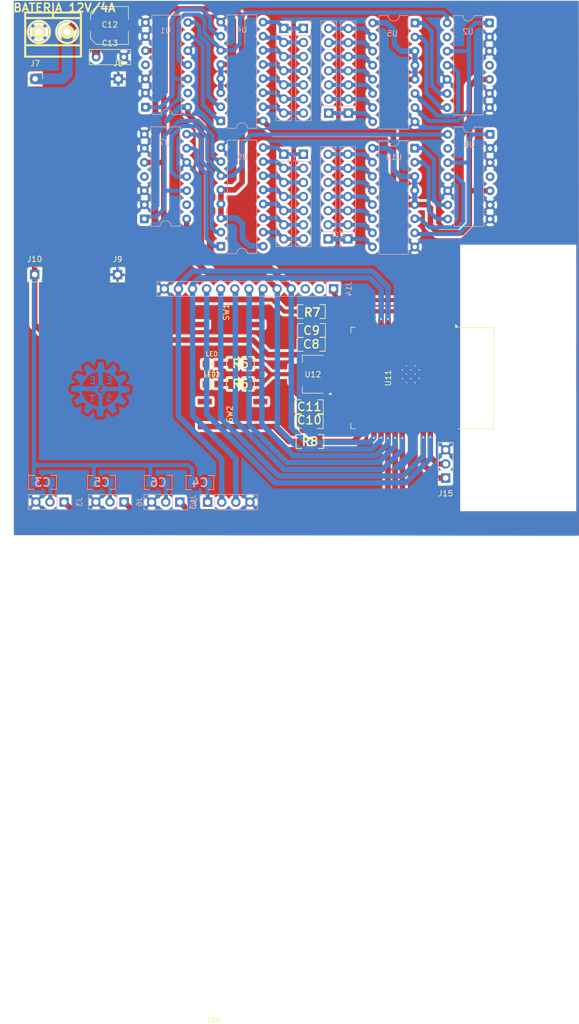
<source format=kicad_pcb>
(kicad_pcb (version 20241229) (generator "pcbnew") (generator_version "9.0")
  (layers (0 "F.Cu" signal) (2 "B.Cu" signal) (13 "F.Paste" user) (15 "B.Paste" user) (5 "F.SilkS" user "F.Silkscreen") (7 "B.SilkS" user "B.Silkscreen") (1 "F.Mask" user) (3 "B.Mask" user) (25 "Edge.Cuts" user))
  (net 0 "")
  (net 1 "GND")
  (net 2 "+5V")
  (net 3 "Net-(J3-Pin_2)")
  (net 4 "Net-(J4-Pin_1)")
  (net 5 "Net-(J6-Pin_2)")
  (net 6 "Net-(J13-Pin_2)")
  (net 7 "+3.3V")
  (net 8 "/D")
  (net 9 "/F")
  (net 10 "/G")
  (net 11 "/B")
  (net 12 "/E")
  (net 13 "/A")
  (net 14 "/C")
  (net 15 "/B_1")
  (net 16 "/A_1")
  (net 17 "/D_1")
  (net 18 "/C_1")
  (net 19 "/F_1")
  (net 20 "/G_1")
  (net 21 "/E_1")
  (net 22 "/IO19")
  (net 23 "/IO26")
  (net 24 "/IO25")
  (net 25 "+12V")
  (net 26 "/IO18")
  (net 27 "/E_2")
  (net 28 "/C_2")
  (net 29 "/B_2")
  (net 30 "/D_2")
  (net 31 "/G_2")
  (net 32 "/A_2")
  (net 33 "/F_2")
  (net 34 "/C_3")
  (net 35 "/E_3")
  (net 36 "/G_3")
  (net 37 "/D_3")
  (net 38 "/A_3")
  (net 39 "/B_3")
  (net 40 "/F_3")
  (net 41 "/IO5")
  (net 42 "/IO16")
  (net 43 "/TDXO")
  (net 44 "/RDXO")
  (net 45 "/IO17")
  (net 46 "Net-(LED1-K)")
  (net 47 "Net-(LED2-K)")
  (net 48 "Net-(R7-Pad2)")
  (net 49 "Net-(R8-Pad2)")
  (net 50 "Net-(U1-Q2)")
  (net 51 "Net-(U1-Q1)")
  (net 52 "Net-(U1-Q3)")
  (net 53 "Net-(U1-CP1..3)")
  (net 54 "Net-(U2-Q3)")
  (net 55 "Net-(U2-CP1..3)")
  (net 56 "Net-(U2-Q1)")
  (net 57 "Net-(U2-Q2)")
  (net 58 "Net-(U7-Q3)")
  (net 59 "Net-(U7-Q2)")
  (net 60 "Net-(U7-CP1..3)")
  (net 61 "Net-(U7-Q1)")
  (net 62 "Net-(U10-B)")
  (net 63 "Net-(U10-A)")
  (net 64 "Net-(U10-D)")
  (net 65 "Net-(U10-C)")
  (footprint "EESTN5:C_1206" (layer "F.Cu") (at 126.8575 132.9675 180)
    (property "Reference" "C10")
    (property "Value" "10uF" (hide yes))
  )
  (footprint "EESTN5:C_1206" (layer "F.Cu") (at 126.85 135.6275 180)
    (property "Reference" "C11")
    (property "Value" "100nF" (hide yes))
  )
  (footprint "Capacitor_SMD:C_Elec_6.3x7.7" (layer "F.Cu") (at 90.86 64.33)
    (property "Reference" "C12")
    (property "Value" "100uF")
  )
  (footprint "EESTN5:Led_0805" (layer "F.Cu") (at 109.2928 125.28182 180)
    (property "Reference" "LED1")
    (property "Value" "LED")
  )
  (footprint "EESTN5:R_1206" (layer "F.Cu") (at 114.447 128.87)
    (property "Reference" "R6")
    (property "Value" "470" (hide yes))
  )
  (footprint "Connector_PinSocket_2.54mm:PinSocket_1x01_P2.54mm_Vertical" (layer "F.Cu") (at 92.445 73.955)
    (property "Reference" "J8")
    (property "Value" "Conn_01x01_Pin")
  )
  (footprint "EESTN5:Pulsador_4_SMD" (layer "F.Cu") (at 113.03 134.29 -90)
    (property "Reference" "SW2")
    (property "Value" "SW_PUSH 2")
  )
  (footprint "Capacitor_THT:C_Rect_L7.2mm_W2.5mm_P5.00mm_FKS2_FKP2_MKS2_MKP2" (layer "F.Cu") (at 88.45 70.02)
    (property "Reference" "C13")
    (property "Value" "100nF")
  )
  (footprint "Package_TO_SOT_SMD:SOT-223-3_TabPin2" (layer "F.Cu") (at 127.51 127.12 180)
    (property "Reference" "U12")
    (property "Value" "AMS1117")
  )
  (footprint "Connector_PinSocket_2.54mm:PinSocket_1x01_P2.54mm_Vertical" (layer "F.Cu") (at 77.385 109.165)
    (property "Reference" "J10")
    (property "Value" "Conn_01x01_Pin")
  )
  (footprint "Connector_PinSocket_2.54mm:PinSocket_1x01_P2.54mm_Vertical" (layer "F.Cu") (at 77.472 73.945)
    (property "Reference" "J7")
    (property "Value" "Conn_01x01_Pin")
  )
  (footprint "Connector_PinSocket_2.54mm:PinSocket_1x01_P2.54mm_Vertical" (layer "F.Cu") (at 92.322 109.195)
    (property "Reference" "J9")
    (property "Value" "Conn_01x01_Pin")
  )
  (footprint "EESTN5:Led_0805" (layer "F.Cu") (at 109.30098 128.89)
    (property "Reference" "LED2")
    (property "Value" "LED")
  )
  (footprint "EESTN5:Pulsador_4_SMD" (layer "F.Cu") (at 112.4 115.93 -90)
    (property "Reference" "SW1")
    (property "Value" "SW_PUSH 1")
  )
  (footprint "EESTN5:C_1206" (layer "F.Cu") (at 127.267 119.2475)
    (property "Reference" "C9")
    (property "Value" "10uF" (hide yes))
  )
  (footprint "RF_Module:ESP32-WROOM-32" (layer "F.Cu") (at 144.215 127.795 -90)
    (property "Reference" "U11")
    (property "Value" "ESP32-WROOM-32")
  )
  (footprint "EESTN5:R_1206" (layer "F.Cu") (at 114.447 125.22)
    (property "Reference" "R5")
    (property "Value" "470" (hide yes))
  )
  (footprint "EESTN5:BORNERA2_AZUL" (layer "F.Cu") (at 80.695 65.495 180)
    (property "Reference" "J5" (hide yes))
    (property "Value" "BATERIA 12V/4A")
  )
  (footprint "EESTN5:R_1206" (layer "F.Cu") (at 126.977 139.23)
    (property "Reference" "R8")
    (property "Value" "10K" (hide yes))
  )
  (footprint "Connector_PinSocket_2.54mm:PinSocket_1x03_P2.54mm_Vertical" (layer "F.Cu") (at 151.415 145.805 180)
    (property "Reference" "J15")
    (property "Value" "GRABADOR EXTERNO")
  )
  (footprint "EESTN5:R_1206" (layer "F.Cu") (at 127.227 115.83)
    (property "Reference" "R7")
    (property "Value" "10K" (hide yes))
  )
  (footprint "EESTN5:C_1206" (layer "F.Cu") (at 127.22 121.7175)
    (property "Reference" "C8")
    (property "Value" "100nF" (hide yes))
  )
  (footprint "Package_DIP:DIP-14_W7.62mm" (layer "B.Cu") (at 97.345 79.035)
    (property "Reference" "U1")
    (property "Value" "74LS90")
  )
  (footprint "EESTN5:C_1206" (layer "B.Cu") (at 99.632 146.605 180)
    (property "Reference" "C6")
    (property "Value" "470uF" (hide yes))
  )
  (footprint "Package_DIP:DIP-16_W7.62mm" (layer "B.Cu") (at 110.935 104.085)
    (property "Reference" "U9")
    (property "Value" "74LS47")
  )
  (footprint "Connector_PinSocket_2.54mm:PinSocket_1x03_P2.54mm_Vertical" (layer "B.Cu") (at 93.495 150.115 90)
    (property "Reference" "J6")
    (property "Value" "Servo_2")
  )
  (footprint "Package_DIP:DIP-16_W7.62mm" (layer "B.Cu") (at 145.885 63.875 180)
    (property "Reference" "U5")
    (property "Value" "74LS47")
  )
  (footprint "EESTN5:C_1206" (layer "B.Cu") (at 107.14706 146.625 180)
    (property "Reference" "C4")
    (property "Value" "470uF" (hide yes))
  )
  (footprint "EESTN5:C_1206" (layer "B.Cu") (at 89.425 146.585 180)
    (property "Reference" "C5")
    (property "Value" "470uF" (hide yes))
  )
  (footprint "Connector_PinHeader_2.54mm:PinHeader_1x03_P2.54mm_Vertical" (layer "B.Cu") (at 103.535 150.14 90)
    (property "Reference" "J13")
    (property "Value" "Servo_3")
  )
  (footprint "Package_DIP:DIP-14_W7.62mm" (layer "B.Cu") (at 159.415 83.935 180)
    (property "Reference" "U8")
    (property "Value" "74LS90")
  )
  (footprint "EESTN5:C_1206" (layer "B.Cu") (at 78.812 146.575 180)
    (property "Reference" "C3")
    (property "Value" "470uF" (hide yes))
  )
  (footprint "Connector_PinSocket_2.54mm:PinSocket_1x03_P2.54mm_Vertical" (layer "B.Cu") (at 82.685 150.125 90)
    (property "Reference" "J3")
    (property "Value" "Servo_1")
  )
  (footprint "Package_DIP:DIP-14_W7.62mm" (layer "B.Cu") (at 159.305 63.875 180)
    (property "Reference" "U2")
    (property "Value" "74LS90")
  )
  (footprint "Package_DIP:DIP-14_W7.62mm" (layer "B.Cu") (at 97.145 99.145)
    (property "Reference" "U7")
    (property "Value" "74LS90")
  )
  (footprint "Conector 7x7:Conector 7X7" (layer "B.Cu") (at 132.015 101.515)
    (property "Reference" "J12")
    (property "Value" "Conn_01x07")
  )
  (footprint "EESTN5:LOGO_EESTN5_F.Cu" (layer "B.Cu") (at 89.25 129.75 180)
    (property "Reference" "G***" (hide yes))
    (property "Value" "LOGO" (hide yes))
  )
  (footprint "Connector_PinHeader_2.54mm:PinHeader_1x04_P2.54mm_Vertical" (layer "B.Cu") (at 108.54406 150.145 -90)
    (property "Reference" "J4")
    (property "Value" "HC_SRO4")
  )
  (footprint "Package_DIP:DIP-16_W7.62mm" (layer "B.Cu") (at 110.905 81.515)
    (property "Reference" "U4")
    (property "Value" "74LS47")
  )
  (footprint "Conector 7x7:Conector 7X7" (layer "B.Cu") (at 132.115 78.875)
    (property "Reference" "J2")
    (property "Value" "Conn_01x07" (hide yes))
  )
  (footprint "Package_DIP:DIP-16_W7.62mm" (layer "B.Cu") (at 145.845 86.425 180)
    (property "Reference" "U10")
    (property "Value" "74LS47")
  )
  (footprint "Conector 7x7:Conector 7X7" (layer "B.Cu") (at 124.02 66.1 180)
    (property "Reference" "J1")
    (property "Value" "Conn_01x07" (hide yes))
  )
  (footprint "Connector_PinSocket_2.54mm:PinSocket_1x13_P2.54mm_Vertical" (layer "B.Cu") (at 131.22 111.75 90)
    (property "Reference" "J14")
    (property "Value" "Screw_Terminal_01x13")
  )
  (footprint "Conector 7x7:Conector 7X7" (layer "B.Cu") (at 124.025 88.755 180)
    (property "Reference" "J11")
    (property "Value" "Conn_01x07")
  )
  (segment (start 128.59 123.6173) (end 128.59 121.7445) (width 1) (layer "F.Cu") (net 2))
  (segment (start 156.515 94.095) (end 159.415 94.095) (width 1) (layer "F.Cu") (net 2))
  (segment (start 142.005 83.42) (end 142.005 95.705) (width 1) (layer "F.Cu") (net 2))
  (segment (start 116.73 120.95) (end 80.17 120.95) (width 1) (layer "F.Cu") (net 2))
  (segment (start 97.345 68.875) (end 100.625 68.875) (width 1) (layer "F.Cu") (net 2))
  (segment (start 118.525 81.515) (end 114.985 81.515) (width 1) (layer "F.Cu") (net 2))
  (segment (start 119.3973 123.6173) (end 116.73 120.95) (width 1) (layer "F.Cu") (net 2))
  (segment (start 128.664 119.2475) (end 128.664 121.6705) (width 0.75) (layer "F.Cu") (net 2))
  (segment (start 80.17 120.95) (end 77.385 118.165) (width 1) (layer "F.Cu") (net 2))
  (segment (start 128.59 121.7445) (end 128.617 121.7175) (width 1) (layer "F.Cu") (net 2))
  (segment (start 142.005 83.42) (end 120.43 83.42) (width 1) (layer "F.Cu") (net 2))
  (segment (start 100.65 62.89) (end 102.2 61.34) (width 1) (layer "F.Cu") (net 2))
  (segment (start 128.59 123.6173) (end 119.3973 123.6173) (width 1) (layer "F.Cu") (net 2))
  (segment (start 114.645 71.355) (end 114.68 71.39) (width 1) (layer "F.Cu") (net 2))
  (segment (start 145.885 74.035) (end 143.295 74.035) (width 1) (layer "F.Cu") (net 2))
  (segment (start 114.68 81.68) (end 114.68 71.39) (width 1) (layer "F.Cu") (net 2))
  (segment (start 155.675 100.305) (end 155.675 75.335) (width 1) (layer "F.Cu") (net 2))
  (segment (start 77.385 118.165) (end 77.385 109.165) (width 1) (layer "F.Cu") (net 2))
  (segment (start 100.65 105.63) (end 100.65 88.11) (width 1) (layer "F.Cu") (net 2))
  (segment (start 148.67 97.17) (end 148.67 100.33) (width 1) (layer "F.Cu") (net 2))
  (segment (start 100.125 107.165) (end 77.955 107.165) (width 1) (layer "F.Cu") (net 2))
  (segment (start 100.625 68.875) (end 100.65 68.9) (width 1) (layer "F.Cu") (net 2))
  (segment (start 113.375 93.925) (end 114.75 92.55) (width 1) (layer "F.Cu") (net 2))
  (segment (start 100.65 68.9) (end 100.65 63.6) (width 1) (layer "F.Cu") (net 2))
  (segment (start 110.905 71.355) (end 114.645 71.355) (width 1) (layer "F.Cu") (net 2))
  (segment (start 142.005 75.325) (end 142.005 83.42) (width 1) (layer "F.Cu") (net 2))
  (segment (start 149.985 101.645) (end 154.335 101.645) (width 1) (layer "F.Cu") (net 2))
  (segment (start 114.68 62.76) (end 114.68 71.39) (width 1) (layer "F.Cu") (net 2))
  (segment (start 128.664 121.6705) (end 128.617 121.7175) (width 0.75) (layer "F.Cu") (net 2))
  (segment (start 110.935 93.925) (end 113.375 93.925) (width 1) (layer "F.Cu") (net 2))
  (segment (start 97.145 88.985) (end 100.595 88.985) (width 1) (layer "F.Cu") (net 2))
  (segment (start 155.675 93.99) (end 155.77 94.085) (width 1) (layer "F.Cu") (net 2))
  (segment (start 156.975 74.035) (end 159.305 74.035) (width 1) (layer "F.Cu") (net 2))
  (segment (start 154.335 101.645) (end 155.675 100.305) (width 1) (layer "F.Cu") (net 2))
  (segment (start 100.65 88.11) (end 100.65 68.9) (width 1) (layer "F.Cu") (net 2))
  (segment (start 156.505 94.085) (end 156.515 94.095) (width 1) (layer "F.Cu") (net 2))
  (segment (start 114.75 81.75) (end 114.68 81.68) (width 1) (layer "F.Cu") (net 2))
  (segment (start 77.955 107.165) (end 77.385 107.735) (width 1) (layer "F.Cu") (net 2))
  (segment (start 148.67 100.33) (end 149.985 101.645) (width 1) (layer "F.Cu") (net 2))
  (segment (start 148.085 96.585) (end 148.67 97.17) (width 1) (layer "F.Cu") (net 2))
  (segment (start 100.65 63.6) (end 100.7 63.55) (width 1) (layer "F.Cu") (net 2))
  (segment (start 77.385 107.735) (end 77.385 109.165) (width 1) (layer "F.Cu") (net 2))
  (segment (start 143.295 74.035) (end 142.005 75.325) (width 1) (layer "F.Cu") (net 2))
  (segment (start 130.66 124.82) (end 129.4573 123.6173) (width 1) (layer "F.Cu") (net 2))
  (segment (start 155.675 75.335) (end 156.975 74.035) (width 1) (layer "F.Cu") (net 2))
  (segment (start 100.595 88.985) (end 100.65 88.93) (width 1) (layer "F.Cu") (net 2))
  (segment (start 114.75 92.55) (end 114.75 81.75) (width 1) (layer "F.Cu") (net 2))
  (segment (start 129.4573 123.6173) (end 128.59 123.6173) (width 1) (layer "F.Cu") (net 2))
  (segment (start 102.2 61.34) (end 113.26 61.34) (width 1) (layer "F.Cu") (net 2))
  (segment (start 114.985 81.515) (end 114.75 81.75) (width 1) (layer "F.Cu") (net 2))
  (segment (start 100.65 63.6) (end 100.65 62.89) (width 1) (layer "F.Cu") (net 2))
  (segment (start 110.935 99.005) (end 110.935 93.925) (width 1) (layer "F.Cu") (net 2))
  (segment (start 101.155 106.135) (end 100.65 105.63) (width 1) (layer "F.Cu") (net 2))
  (segment (start 142.885 96.585) (end 145.845 96.585) (width 1) (layer "F.Cu") (net 2))
  (segment (start 155.77 94.085) (end 156.505 94.085) (width 1) (layer "F.Cu") (net 2))
  (segment (start 145.845 96.585) (end 148.085 96.585) (width 1) (layer "F.Cu") (net 2))
  (segment (start 101.155 106.135) (end 100.125 107.165) (width 1) (layer "F.Cu") (net 2))
  (segment (start 113.26 61.34) (end 114.68 62.76) (width 1) (layer "F.Cu") (net 2))
  (segment (start 120.43 83.42) (end 118.525 81.515) (width 1) (layer "F.Cu") (net 2))
  (segment (start 142.005 95.705) (end 142.885 96.585) (width 1) (layer "F.Cu") (net 2))
  (segment (start 100.65 88.93) (end 100.65 88.11) (width 1) (layer "F.Cu") (net 2))
  (segment (start 88.028 146.585) (end 88.028 143.688) (width 0.75) (layer "B.Cu") (net 2))
  (segment (start 142.175 67.775) (end 143.355 68.955) (width 1) (layer "B.Cu") (net 2))
  (segment (start 143.225 91.505) (end 145.845 91.505) (width 1) (layer "B.Cu") (net 2))
  (segment (start 77.255 143.225) (end 77.255 109.295) (width 0.75) (layer "B.Cu") (net 2))
  (segment (start 114.825 102.765) (end 116.085 104.025) (width 1) (layer "B.Cu") (net 2))
  (segment (start 145.885 68.955) (end 145.885 74.035) (width 1) (layer "B.Cu") (net 2))
  (segment (start 113.725 99.005) (end 114.825 100.105) (width 1) (layer "B.Cu") (net 2))
  (segment (start 142.085 87.525) (end 142.085 90.365) (width 1) (layer "B.Cu") (net 2))
  (segment (start 142.175 65.225) (end 142.175 67.775) (width 1) (layer "B.Cu") (net 2))
  (segment (start 98.305 143.475) (end 87.815 143.475) (width 0.75) (layer "B.Cu") (net 2))
  (segment (start 77.255 109.295) (end 77.385 109.165) (width 0.75) (layer "B.Cu") (net 2))
  (segment (start 105.055 143.475) (end 105.75006 144.17006) (width 0.75) (layer "B.Cu") (net 2))
  (segment (start 98.235 146.605) (end 98.235 143.545) (width 0.75) (layer "B.Cu") (net 2))
  (segment (start 118.495 104.025) (end 118.555 104.085) (width 1) (layer "B.Cu") (net 2))
  (segment (start 138.225 86.425) (end 140.985 86.425) (width 1) (layer "B.Cu") (net 2))
  (segment (start 77.255 146.415) (end 77.255 143.225) (width 0.75) (layer "B.Cu") (net 2))
  (segment (start 138.265 63.875) (end 140.825 63.875) (width 1) (layer "B.Cu") (net 2))
  (segment (start 110.905 71.355) (end 110.905 76.435) (width 1) (layer "B.Cu") (net 2))
  (segment (start 114.825 100.105) (end 114.825 102.765) (width 1) (layer "B.Cu") (net 2))
  (segment (start 110.935 99.005) (end 113.725 99.005) (width 1) (layer "B.Cu") (net 2))
  (segment (start 77.415 146.575) (end 77.255 146.415) (width 0.75) (layer "B.Cu") (net 2))
  (segment (start 105.75006 144.17006) (end 105.75006 146.625) (width 0.75) (layer "B.Cu") (net 2))
  (segment (start 98.235 143.545) (end 98.305 143.475) (width 0.75) (layer "B.Cu") (net 2))
  (segment (start 88.028 143.688) (end 87.815 143.475) (width 0.75) (layer "B.Cu") (net 2))
  (segment (start 98.305 143.475) (end 105.055 143.475) (width 0.75) (layer "B.Cu") (net 2))
  (segment (start 140.825 63.875) (end 142.175 65.225) (width 1) (layer "B.Cu") (net 2))
  (segment (start 77.505 143.475) (end 77.255 143.225) (width 0.75) (layer "B.Cu") (net 2))
  (segment (start 140.985 86.425) (end 142.085 87.525) (width 1) (layer "B.Cu") (net 2))
  (segment (start 142.085 90.365) (end 143.225 91.505) (width 1) (layer "B.Cu") (net 2))
  (segment (start 116.085 104.025) (end 118.495 104.025) (width 1) (layer "B.Cu") (net 2))
  (segment (start 143.355 68.955) (end 145.885 68.955) (width 1) (layer "B.Cu") (net 2))
  (segment (start 145.845 96.585) (end 145.845 91.505) (width 1) (layer "B.Cu") (net 2))
  (segment (start 87.815 143.475) (end 77.505 143.475) (width 0.75) (layer "B.Cu") (net 2))
  (segment (start 80.209 150.061) (end 80.145 150.125) (width 0.75) (layer "B.Cu") (net 3))
  (segment (start 80.209 146.575) (end 80.209 150.061) (width 0.75) (layer "B.Cu") (net 3))
  (segment (start 108.54406 150.145) (end 108.54406 146.625) (width 0.75) (layer "B.Cu") (net 4))
  (segment (start 90.955 150.115) (end 90.955 146.718) (width 0.75) (layer "B.Cu") (net 5))
  (segment (start 90.955 146.718) (end 90.822 146.585) (width 0.75) (layer "B.Cu") (net 5))
  (segment (start 101.029 146.605) (end 101.029 150.106) (width 0.75) (layer "B.Cu") (net 6))
  (segment (start 101.029 150.106) (end 100.995 150.14) (width 0.75) (layer "B.Cu") (net 6))
  (segment (start 115.844 125.22) (end 117.99 125.22) (width 0.75) (layer "F.Cu") (net 7))
  (segment (start 125.4605 131.6105) (end 125.4605 132.9675) (width 0.75) (layer "F.Cu") (net 7))
  (segment (start 131.22 111.75) (end 131.22 112.61) (width 0.75) (layer "F.Cu") (net 7))
  (segment (start 124.42 127.55) (end 124.42 130.57) (width 0.75) (layer "F.Cu") (net 7))
  (segment (start 149.76 113.78) (end 151.195 115.215) (width 0.75) (layer "F.Cu") (net 7))
  (segment (start 134.76 139.25) (end 135.955 138.055) (width 1) (layer "F.Cu") (net 7))
  (segment (start 125.453 137.153) (end 125.64 137.34) (width 0.75) (layer "F.Cu") (net 7))
  (segment (start 132.69 126.17) (end 131.74 127.12) (width 0.75) (layer "F.Cu") (net 7))
  (segment (start 115.844 128.87) (end 118.26 128.87) (width 0.75) (layer "F.Cu") (net 7))
  (segment (start 135.975 136.565) (end 135.955 136.545) (width 0.75) (layer "F.Cu") (net 7))
  (segment (start 119.95 127.18) (end 120.01 127.12) (width 0.75) (layer "F.Cu") (net 7))
  (segment (start 124.42 130.57) (end 125.4605 131.6105) (width 0.75) (layer "F.Cu") (net 7))
  (segment (start 132.26 115.79) (end 149.77 115.79) (width 0.75) (layer "F.Cu") (net 7))
  (segment (start 131.22 112.61) (end 132.39 113.78) (width 0.75) (layer "F.Cu") (net 7))
  (segment (start 128.664 115.79) (end 132.26 115.79) (width 0.75) (layer "F.Cu") (net 7))
  (segment (start 118.26 128.87) (end 119.95 127.18) (width 0.75) (layer "F.Cu") (net 7))
  (segment (start 131.22 111.75) (end 131.29 111.68) (width 1) (layer "F.Cu") (net 7))
  (segment (start 124.59 127.12) (end 124.72 127.25) (width 0.75) (layer "F.Cu") (net 7))
  (segment (start 125.64 137.34) (end 127.79 137.34) (width 0.75) (layer "F.Cu") (net 7))
  (segment (start 125.4605 135.62) (end 125.4605 132.9675) (width 0.75) (layer "F.Cu") (net 7))
  (segment (start 130.66 127.12) (end 130.53 127.25) (width 0.75) (layer "F.Cu") (net 7))
  (segment (start 135.955 138.055) (end 135.955 136.545) (width 1) (layer "F.Cu") (net 7))
  (segment (start 132.39 113.78) (end 149.76 113.78) (width 0.75) (layer "F.Cu") (net 7))
  (segment (start 130.53 127.25) (end 124.72 127.25) (width 0.75) (layer "F.Cu") (net 7))
  (segment (start 149.77 115.79) (end 149.89 115.91) (width 0.75) (layer "F.Cu") (net 7))
  (segment (start 149.89 115.91) (end 149.89 119.01) (width 0.75) (layer "F.Cu") (net 7))
  (segment (start 128.374 137.924) (end 128.374 139.23) (width 0.75) (layer "F.Cu") (net 7))
  (segment (start 128.374 139.23) (end 134.74 139.23) (width 1) (layer "F.Cu") (net 7))
  (segment (start 125.453 135.6275) (end 125.4605 135.62) (width 0.75) (layer "F.Cu") (net 7))
  (segment (start 149.925 119.045) (end 151.195 119.045) (width 0.75) (layer "F.Cu") (net 7))
  (segment (start 117.99 125.22) (end 119.95 127.18) (width 0.75) (layer "F.Cu") (net 7))
  (segment (start 124.72 127.25) (end 124.42 127.55) (width 0.75) (layer "F.Cu") (net 7))
  (segment (start 127.79 137.34) (end 128.374 137.924) (width 0.75) (layer "F.Cu") (net 7))
  (segment (start 134.74 139.23) (end 134.76 139.25) (width 1) (layer "F.Cu") (net 7))
  (segment (start 125.453 135.6275) (end 125.453 137.153) (width 0.75) (layer "F.Cu") (net 7))
  (segment (start 128.624 115.83) (end 128.664 115.79) (width 0.75) (layer "F.Cu") (net 7))
  (segment (start 149.89 119.01) (end 149.925 119.045) (width 0.75) (layer "F.Cu") (net 7))
  (segment (start 131.74 127.12) (end 130.66 127.12) (width 0.75) (layer "F.Cu") (net 7))
  (segment (start 151.195 115.215) (end 151.195 119.045) (width 0.75) (layer "F.Cu") (net 7))
  (segment (start 120.01 127.12) (end 124.59 127.12) (width 0.75) (layer "F.Cu") (net 7))
  (segment (start 132.69 115.79) (end 132.69 126.17) (width 0.75) (layer "F.Cu") (net 7))
  (segment (start 121.355 66.505) (end 122.25 67.4) (width 0.75) (layer "B.Cu") (net 8))
  (segment (start 118.355 66.505) (end 121.355 66.505) (width 0.75) (layer "B.Cu") (net 8))
  (segment (start 122.25 67.4) (end 125.79 67.4) (width 0.75) (layer "B.Cu") (net 8))
  (segment (start 118.135 66.285) (end 118.355 66.505) (width 0.75) (layer "B.Cu") (net 8))
  (segment (start 122 80.1) (end 122.25 80.1) (width 0.75) (layer "B.Cu") (net 9))
  (segment (start 118.535 78.985) (end 120.885 78.985) (width 0.75) (layer "B.Cu") (net 9))
  (segment (start 118.525 78.975) (end 118.535 78.985) (width 0.75) (layer "B.Cu") (net 9))
  (segment (start 120.885 78.985) (end 122 80.1) (width 0.75) (layer "B.Cu") (net 9))
  (segment (start 125.79 80.1) (end 122.25 80.1) (width 0.75) (layer "B.Cu") (net 9))
  (segment (start 120.585 76.445) (end 120.595 76.455) (width 0.75) (layer "B.Cu") (net 10))
  (segment (start 118.525 76.435) (end 118.535 76.445) (width 0.75) (layer "B.Cu") (net 10))
  (segment (start 120.595 76.455) (end 120.885 76.455) (width 0.75) (layer "B.Cu") (net 10))
  (segment (start 122.25 77.56) (end 125.79 77.56) (width 0.75) (layer "B.Cu") (net 10))
  (segment (start 121.99 77.56) (end 122.25 77.56) (width 0.75) (layer "B.Cu") (net 10))
  (segment (start 118.535 76.445) (end 120.585 76.445) (width 0.75) (layer "B.Cu") (net 10))
  (segment (start 120.885 76.455) (end 121.99 77.56) (width 0.75) (layer "B.Cu") (net 10))
  (segment (start 125.79 72.48) (end 122.25 72.48) (width 0.75) (layer "B.Cu") (net 11))
  (segment (start 118.535 71.365) (end 120.875 71.365) (width 0.75) (layer "B.Cu") (net 11))
  (segment (start 121.99 72.48) (end 122.25 72.48) (width 0.75) (layer "B.Cu") (net 11))
  (segment (start 118.525 71.355) (end 118.535 71.365) (width 0.75) (layer "B.Cu") (net 11))
  (segment (start 120.875 71.365) (end 121.99 72.48) (width 0.75) (layer "B.Cu") (net 11))
  (segment (start 121.135 63.745) (end 122.25 64.86) (width 0.75) (layer "B.Cu") (net 12))
  (segment (start 125.79 64.86) (end 122.25 64.86) (width 0.75) (layer "B.Cu") (net 12))
  (segment (start 118.135 63.745) (end 121.135 63.745) (width 0.75) (layer "B.Cu") (net 12))
  (segment (start 122 75.02) (end 122.25 75.02) (width 0.75) (layer "B.Cu") (net 13))
  (segment (start 120.745 73.885) (end 120.865 73.885) (width 0.75) (layer "B.Cu") (net 13))
  (segment (start 125.79 75.02) (end 122.25 75.02) (width 0.75) (layer "B.Cu") (net 13))
  (segment (start 120.725 73.905) (end 120.745 73.885) (width 0.75) (layer "B.Cu") (net 13))
  (segment (start 120.865 73.885) (end 122 75.02) (width 0.75) (layer "B.Cu") (net 13))
  (segment (start 118.535 73.905) (end 120.725 73.905) (width 0.75) (layer "B.Cu") (net 13))
  (segment (start 118.525 73.895) (end 118.535 73.905) (width 0.75) (layer "B.Cu") (net 13))
  (segment (start 121.115 68.805) (end 122.25 69.94) (width 0.75) (layer "B.Cu") (net 14))
  (segment (start 118.525 68.815) (end 118.535 68.805) (width 0.75) (layer "B.Cu") (net 14))
  (segment (start 118.535 68.805) (end 121.115 68.805) (width 0.75) (layer "B.Cu") (net 14))
  (segment (start 125.79 69.94) (end 122.25 69.94) (width 0.75) (layer "B.Cu") (net 14))
  (segment (start 133.885 72.495) (end 130.345 72.495) (width 0.75) (layer "B.Cu") (net 15))
  (segment (start 133.885 72.495) (end 136.725 72.495) (width 0.75) (layer "B.Cu") (net 15))
  (segment (start 136.725 72.495) (end 138.265 74.035) (width 0.75) (layer "B.Cu") (net 15))
  (segment (start 133.885 69.955) (end 136.725 69.955) (width 0.75) (layer "B.Cu") (net 16))
  (segment (start 136.725 69.955) (end 138.265 71.495) (width 0.75) (layer "B.Cu") (net 16))
  (segment (start 133.885 69.955) (end 130.345 69.955) (width 0.75) (layer "B.Cu") (net 16))
  (segment (start 138.265 79.115) (end 136.725 77.575) (width 0.75) (layer "B.Cu") (net 17))
  (segment (start 133.885 77.575) (end 136.725 77.575) (width 0.75) (layer "B.Cu") (net 17))
  (segment (start 133.885 77.575) (end 130.345 77.575) (width 0.75) (layer "B.Cu") (net 17))
  (segment (start 133.885 75.035) (end 137.175 75.035) (width 0.75) (layer "B.Cu") (net 18))
  (segment (start 133.885 75.035) (end 130.345 75.035) (width 0.75) (layer "B.Cu") (net 18))
  (segment (start 137.175 75.035) (end 138.715 76.575) (width 0.75) (layer "B.Cu") (net 18))
  (segment (start 136.725 64.875) (end 138.265 66.415) (width 0.75) (layer "B.Cu") (net 19))
  (segment (start 130.345 64.875) (end 133.885 64.875) (width 0.75) (layer "B.Cu") (net 19))
  (segment (start 133.885 64.875) (end 136.725 64.875) (width 0.75) (layer "B.Cu") (net 19))
  (segment (start 133.885 67.415) (end 136.725 67.415) (width 0.75) (layer "B.Cu") (net 20))
  (segment (start 136.725 67.415) (end 138.265 68.955) (width 0.75) (layer "B.Cu") (net 20))
  (segment (start 133.885 67.415) (end 130.345 67.415) (width 0.75) (layer "B.Cu") (net 20))
  (segment (start 133.885 80.115) (end 136.925 80.115) (width 0.75) (layer "B.Cu") (net 21))
  (segment (start 138.265 81.455) (end 138.265 81.655) (width 0.75) (layer "B.Cu") (net 21))
  (segment (start 136.925 80.115) (end 138.265 81.455) (width 0.75) (layer "B.Cu") (net 21))
  (segment (start 133.885 80.115) (end 130.345 80.115) (width 0.75) (layer "B.Cu") (net 21))
  (segment (start 138.997471 154.610999) (end 139.79847 153.81) (width 1) (layer "F.Cu") (net 22))
  (segment (start 82.685 150.125) (end 87.171 154.611) (width 1) (layer "F.Cu") (net 22))
  (segment (start 143.61 138.73) (end 143.6 138.72) (width 1) (layer "F.Cu") (net 22))
  (segment (start 139.79847 153.81) (end 139.96 153.81) (width 1) (layer "F.Cu") (net 22))
  (segment (start 139.96 153.81) (end 143.61 150.16) (width 1) (layer "F.Cu") (net 22))
  (segment (start 143.575 136.545) (end 143.575 138.595) (width 1) (layer "F.Cu") (net 22))
  (segment (start 143.61 150.16) (end 143.61 138.73) (width 1) (layer "F.Cu") (net 22))
  (segment (start 87.171 154.611) (end 138.997471 154.610999) (width 1) (layer "F.Cu") (net 22))
  (segment (start 143.575 138.595) (end 143.6 138.62) (width 1) (layer "F.Cu") (net 22))
  (via (at 143.6 138.62) (size 0.6) (drill 0.3) (layers "F.Cu" "B.Cu") (net 22))
  (segment (start 143.6 140.69) (end 143.6 138.62) (width 1) (layer "B.Cu") (net 22))
  (segment (start 113.44 111.75) (end 113.53 111.84) (width 1) (layer "B.Cu") (net 22))
  (segment (start 113.53 111.84) (end 113.53 135.44) (width 1) (layer "B.Cu") (net 22))
  (segment (start 140.05 144.24) (end 143.6 140.69) (width 1) (layer "B.Cu") (net 22))
  (segment (start 122.33 144.24) (end 140.05 144.24) (width 1) (layer "B.Cu") (net 22))
  (segment (start 113.53 135.44) (end 122.33 144.24) (width 1) (layer "B.Cu") (net 22))
  (segment (start 139.765 117.205) (end 139.79 117.18) (width 1) (layer "F.Cu") (net 23))
  (segment (start 139.765 119.045) (end 139.765 117.205) (width 1) (layer "F.Cu") (net 23))
  (via (at 139.79 117.18) (size 0.6) (drill 0.3) (layers "F.Cu" "B.Cu") (net 23))
  (segment (start 105.82 134.54) (end 105.82 111.75) (width 1) (layer "B.Cu") (net 23))
  (segment (start 107.01 109.76) (end 137.72 109.76) (width 1) (layer "B.Cu") (net 23))
  (segment (start 113.62406 142.34406) (end 105.82 134.54) (width 1) (layer "B.Cu") (net 23))
  (segment (start 105.82 110.95) (end 107.01 109.76) (width 1) (layer "B.Cu") (net 23))
  (segment (start 137.72 109.76) (end 139.79 111.83) (width 1) (layer "B.Cu") (net 23))
  (segment (start 113.62406 150.145) (end 113.62406 142.34406) (width 1) (layer "B.Cu") (net 23))
  (segment (start 105.82 111.75) (end 105.82 110.95) (width 1) (layer "B.Cu") (net 23))
  (segment (start 139.79 111.83) (end 139.79 117.18) (width 1) (layer "B.Cu") (net 23))
  (segment (start 141.035 117.165) (end 141.03 117.16) (width 1) (layer "F.Cu") (net 24))
  (segment (start 141.035 119.045) (end 141.035 117.165) (width 1) (layer "F.Cu") (net 24))
  (via (at 141.03 117.16) (size 0.6) (drill 0.3) (layers "F.Cu" "B.Cu") (net 24))
  (segment (start 138.059 108.559) (end 138.217471 108.559001) (width 1) (layer "B.Cu") (net 24))
  (segment (start 103.28 134.65) (end 111.08406 142.45406) (width 1) (layer "B.Cu") (net 24))
  (segment (start 140.991 111.491) (end 141.03 111.53) (width 1) (layer "B.Cu") (net 24))
  (segment (start 111.08406 142.45406) (end 111.08406 150.145) (width 1) (layer "B.Cu") (net 24))
  (segment (start 103.28 111.07) (end 105.791 108.559) (width 1) (layer "B.Cu") (net 24))
  (segment (start 138.217471 108.559001) (end 140.990999 111.332529) (width 1) (layer "B.Cu") (net 24))
  (segment (start 140.990999 111.332529) (end 140.991 111.491) (width 1) (layer "B.Cu") (net 24))
  (segment (start 103.28 111.75) (end 103.28 111.07) (width 1) (layer "B.Cu") (net 24))
  (segment (start 141.03 111.53) (end 141.03 117.16) (width 1) (layer "B.Cu") (net 24))
  (segment (start 105.791 108.559) (end 138.059 108.559) (width 1) (layer "B.Cu") (net 24))
  (segment (start 103.28 111.75) (end 103.28 134.65) (width 1) (layer "B.Cu") (net 24))
  (segment (start 88.2625 64.27) (end 84.46 64.27) (width 1.5) (layer "F.Cu") (net 25))
  (segment (start 88.45 64.4575) (end 88.3225 64.33) (width 1.5) (layer "F.Cu") (net 25))
  (segment (start 84.46 64.27) (end 83.235 65.495) (width 1.5) (layer "F.Cu") (net 25))
  (segment (start 83.17 65.56) (end 83.235 65.495) (width 1.5) (layer "F.Cu") (net 25))
  (segment (start 88.45 70.02) (end 88.45 64.4575) (width 1.5) (layer "F.Cu") (net 25))
  (segment (start 88.3225 64.33) (end 88.2625 64.27) (width 1.5) (layer "F.Cu") (net 25))
  (segment (start 83.235 73.015) (end 83.235 65.495) (width 2) (layer "B.Cu") (net 25))
  (segment (start 77.472 73.945) (end 82.305 73.945) (width 2) (layer "B.Cu") (net 25))
  (segment (start 82.305 73.945) (end 83.235 73.015) (width 2) (layer "B.Cu") (net 25))
  (segment (start 142.31 149.6) (end 142.31 138.59) (width 1) (layer "F.Cu") (net 26))
  (segment (start 142.305 136.545) (end 142.305 138.585) (width 1) (layer "F.Cu") (net 26))
  (segment (start 93.495 150.115) (end 96.79 153.41) (width 1) (layer "F.Cu") (net 26))
  (segment (start 142.305 138.585) (end 142.31 138.59) (width 1) (layer "F.Cu") (net 26))
  (segment (start 96.79 153.41) (end 138.5 153.41) (width 1) (layer "F.Cu") (net 26))
  (segment (start 139.01 152.9) (end 142.31 149.6) (width 1) (layer "F.Cu") (net 26))
  (segment (start 138.5 153.41) (end 139.01 152.9) (width 1) (layer "F.Cu") (net 26))
  (via (at 142.31 138.59) (size 0.6) (drill 0.3) (layers "F.Cu" "B.Cu") (net 26))
  (segment (start 139.379 142.971) (end 122.791 142.971) (width 1) (layer "B.Cu") (net 26))
  (segment (start 116.02 133.81) (end 116.02 111.79) (width 1) (layer "B.Cu") (net 26))
  (segment (start 142.31 140.04) (end 139.379 142.971) (width 1) (layer "B.Cu") (net 26))
  (segment (start 122.791 142.971) (end 116.04 136.22) (width 1) (layer "B.Cu") (net 26))
  (segment (start 116.02 111.79) (end 115.98 111.75) (width 1) (layer "B.Cu") (net 26))
  (segment (start 142.300999 138.599001) (end 142.300999 139.087471) (width 1) (layer "B.Cu") (net 26))
  (segment (start 116.04 136.22) (end 116.04 133.83) (width 1) (layer "B.Cu") (net 26))
  (segment (start 142.300999 139.087471) (end 142.31 139.096472) (width 1) (layer "B.Cu") (net 26))
  (segment (start 142.31 139.096472) (end 142.31 140.04) (width 1) (layer "B.Cu") (net 26))
  (segment (start 142.31 138.59) (end 142.300999 138.599001) (width 1) (layer "B.Cu") (net 26))
  (segment (start 116.04 133.83) (end 116.02 133.81) (width 1) (layer "B.Cu") (net 26))
  (segment (start 122.255 87.515) (end 125.795 87.515) (width 0.75) (layer "B.Cu") (net 27))
  (segment (start 121.045 86.305) (end 122.255 87.515) (width 0.75) (layer "B.Cu") (net 27))
  (segment (start 118.555 86.305) (end 121.045 86.305) (width 0.75) (layer "B.Cu") (net 27))
  (segment (start 122.255 92.595) (end 125.795 92.595) (width 0.75) (layer "B.Cu") (net 28))
  (segment (start 118.555 91.385) (end 121.045 91.385) (width 0.75) (layer "B.Cu") (net 28))
  (segment (start 121.045 91.385) (end 122.255 92.595) (width 0.75) (layer "B.Cu") (net 28))
  (segment (start 121.64 94.52) (end 122.255 95.135) (width 0.75) (layer "B.Cu") (net 29))
  (segment (start 122.255 95.135) (end 125.795 95.135) (width 0.75) (layer "B.Cu") (net 29))
  (segment (start 121.045 93.925) (end 121.64 94.52) (width 0.75) (layer "B.Cu") (net 29))
  (segment (start 118.555 93.925) (end 121.045 93.925) (width 0.75) (layer "B.Cu") (net 29))
  (segment (start 121.045 88.845) (end 122.255 90.055) (width 0.75) (layer "B.Cu") (net 30))
  (segment (start 122.255 90.055) (end 125.795 90.055) (width 0.75) (layer "B.Cu") (net 30))
  (segment (start 118.555 88.845) (end 121.045 88.845) (width 0.75) (layer "B.Cu") (net 30))
  (segment (start 121.045 99.005) (end 122.255 100.215) (width 0.75) (layer "B.Cu") (net 31))
  (segment (start 122.255 100.215) (end 125.795 100.215) (width 0.75) (layer "B.Cu") (net 31))
  (segment (start 118.555 99.005) (end 121.045 99.005) (width 0.75) (layer "B.Cu") (net 31))
  (segment (start 121.045 96.465) (end 122.255 97.675) (width 0.75) (layer "B.Cu") (net 32))
  (segment (start 118.555 96.465) (end 121.045 96.465) (width 0.75) (layer "B.Cu") (net 32))
  (segment (start 125.795 97.675) (end 126.03 97.91) (width 0.75) (layer "B.Cu") (net 32))
  (segment (start 122.255 97.675) (end 125.795 97.675) (width 0.75) (layer "B.Cu") (net 32))
  (segment (start 122.255 102.755) (end 125.795 102.755) (width 0.75) (layer "B.Cu") (net 33))
  (segment (start 121.045 101.545) (end 122.255 102.755) (width 0.75) (layer "B.Cu") (net 33))
  (segment (start 118.555 101.545) (end 121.045 101.545) (width 0.75) (layer "B.Cu") (net 33))
  (segment (start 136.775 97.675) (end 138.225 99.125) (width 0.75) (layer "B.Cu") (net 34))
  (segment (start 133.785 97.675) (end 136.775 97.675) (width 0.75) (layer "B.Cu") (net 34))
  (segment (start 130.245 97.675) (end 133.785 97.675) (width 0.75) (layer "B.Cu") (net 34))
  (segment (start 136.775 102.755) (end 138.225 104.205) (width 0.75) (layer "B.Cu") (net 35))
  (segment (start 133.785 102.755) (end 136.775 102.755) (width 0.75) (layer "B.Cu") (net 35))
  (segment (start 130.245 102.755) (end 133.785 102.755) (width 1) (layer "B.Cu") (net 35))
  (segment (start 130.245 90.055) (end 133.785 90.055) (width 0.75) (layer "B.Cu") (net 36))
  (segment (start 136.775 90.055) (end 138.225 91.505) (width 0.75) (layer "B.Cu") (net 36))
  (segment (start 133.785 90.055) (end 136.775 90.055) (width 0.75) (layer "B.Cu") (net 36))
  (segment (start 133.785 100.215) (end 136.775 100.215) (width 0.75) (layer "B.Cu") (net 37))
  (segment (start 130.245 100.215) (end 133.785 100.215) (width 0.75) (layer "B.Cu") (net 37))
  (segment (start 136.775 100.215) (end 138.225 101.665) (width 0.75) (layer "B.Cu") (net 37))
  (segment (start 130.245 92.595) (end 133.785 92.595) (width 0.75) (layer "B.Cu") (net 38))
  (segment (start 133.785 92.595) (end 136.775 92.595) (width 0.75) (layer "B.Cu") (net 38))
  (segment (start 136.775 92.595) (end 138.225 94.045) (width 0.75) (layer "B.Cu") (net 38))
  (segment (start 130.245 95.135) (end 133.785 95.135) (width 0.75) (layer "B.Cu") (net 39))
  (segment (start 136.775 95.135) (end 138.225 96.585) (width 0.75) (layer "B.Cu") (net 39))
  (segment (start 133.785 95.135) (end 136.775 95.135) (width 0.75) (layer "B.Cu") (net 39))
  (segment (start 136.775 87.515) (end 138.225 88.965) (width 0.75) (layer "B.Cu") (net 40))
  (segment (start 130.245 87.515) (end 133.785 87.515) (width 0.75) (layer "B.Cu") (net 40))
  (segment (start 133.785 87.515) (end 136.775 87.515) (width 0.75) (layer "B.Cu") (net 40))
  (segment (start 141.035 136.545) (end 141.035 138.645) (width 1) (layer "F.Cu") (net 41))
  (segment (start 103.535 150.14) (end 105.295 151.9) (width 1) (layer "F.Cu") (net 41))
  (segment (start 105.295 151.9) (end 138.31 151.9) (width 1) (layer "F.Cu") (net 41))
  (segment (start 138.31 151.9) (end 141.03 149.18) (width 1) (layer "F.Cu") (net 41))
  (segment (start 141.03 149.18) (end 141.03 138.788002) (width 1) (layer "F.Cu") (net 41))
  (segment (start 141.035 138.645) (end 141.04 138.65) (width 1) (layer "F.Cu") (net 41))
  (via (at 141.04 138.65) (size 0.6) (drill 0.3) (layers "F.Cu" "B.Cu") (net 41))
  (segment (start 123.95 141.77) (end 138.88153 141.77) (width 1) (layer "B.Cu") (net 41))
  (segment (start 118.3 136.12) (end 123.95 141.77) (width 1) (layer "B.Cu") (net 41))
  (segment (start 138.88153 141.77) (end 141.04 139.61153) (width 1) (layer "B.Cu") (net 41))
  (segment (start 118.52 111.75) (end 118.3 111.97) (width 1) (layer "B.Cu") (net 41))
  (segment (start 141.04 139.61153) (end 141.04 138.65) (width 1) (layer "B.Cu") (net 41))
  (segment (start 118.3 111.97) (end 118.3 136.12) (width 1) (layer "B.Cu") (net 41))
  (segment (start 141.04 138.65) (end 141.1 138.59) (width 1) (layer "B.Cu") (net 41))
  (segment (start 119.61753 107.76753) (end 123.6 111.75) (width 1) (layer "F.Cu") (net 42))
  (segment (start 138.495 138.565) (end 138.48 138.58) (width 1) (layer "F.Cu") (net 42))
  (segment (start 138.495 136.545) (end 138.495 138.565) (width 1) (layer "F.Cu") (net 42))
  (segment (start 110.26753 107.76753) (end 119.61753 107.76753) (width 1) (layer "F.Cu") (net 42))
  (segment (start 104.965 80.295) (end 107.4 82.73) (width 1) (layer "F.Cu") (net 42))
  (segment (start 107.4 104.9) (end 110.26753 107.76753) (width 1) (layer "F.Cu") (net 42))
  (segment (start 107.4 82.73) (end 107.4 104.9) (width 1) (layer "F.Cu") (net 42))
  (segment (start 104.965 79.035) (end 104.965 80.295) (width 1) (layer "F.Cu") (net 42))
  (via (at 138.48 138.58) (size 0.6) (drill 0.3) (layers "F.Cu" "B.Cu") (net 42))
  (segment (start 138.48 138.58) (end 137.692 139.368) (width 1) (layer "B.Cu") (net 42))
  (segment (start 126.258 139.368) (end 123.6 136.71) (width 1) (layer "B.Cu") (net 42))
  (segment (start 104.965 79.035) (end 103.565 79.035) (width 1) (layer "B.Cu") (net 42))
  (segment (start 123.6 136.71) (end 123.6 111.75) (width 1) (layer "B.Cu") (net 42))
  (segment (start 103.565 79.035) (end 101.13 81.47) (width 1) (layer "B.Cu") (net 42))
  (segment (start 137.692 139.368) (end 126.258 139.368) (width 1) (layer "B.Cu") (net 42))
  (segment (start 149.935 143.265) (end 148.655 141.985) (width 1) (layer "F.Cu") (net 43))
  (segment (start 148.655 141.985) (end 148.655 138.435) (width 1) (layer "F.Cu") (net 43))
  (segment (start 151.415 143.265) (end 149.935 143.265) (width 1) (layer "F.Cu") (net 43))
  (segment (start 148.655 138.435) (end 148.65 138.44) (width 1) (layer "F.Cu") (net 43))
  (segment (start 148.655 136.545) (end 148.655 138.435) (width 1) (layer "F.Cu") (net 43))
  (via (at 148.65 138.44) (size 0.6) (drill 0.3) (layers "F.Cu" "B.Cu") (net 43))
  (segment (start 148.65 142.25847) (end 148.65 138.44) (width 1) (layer "B.Cu") (net 43))
  (segment (start 144.266472 146.641998) (end 148.65 142.25847) (width 1) (layer "B.Cu") (net 43))
  (segment (start 120.73 146.67) (end 143.59 146.67) (width 1) (layer "B.Cu") (net 43))
  (segment (start 143.618002 146.641998) (end 144.266472 146.641998) (width 1) (layer "B.Cu") (net 43))
  (segment (start 108.36 134.3) (end 120.73 146.67) (width 1) (layer "B.Cu") (net 43))
  (segment (start 108.36 111.75) (end 108.36 134.3) (width 1) (layer "B.Cu") (net 43))
  (segment (start 143.59 146.67) (end 143.618002 146.641998) (width 1) (layer "B.Cu") (net 43))
  (segment (start 147.39 138.51) (end 147.39 143.35) (width 1) (layer "F.Cu") (net 44))
  (segment (start 147.39 143.35) (end 149.845 145.805) (width 1) (layer "F.Cu") (net 44))
  (segment (start 149.845 145.805) (end 151.415 145.805) (width 1) (layer "F.Cu") (net 44))
  (segment (start 147.385 136.545) (end 147.385 138.505) (width 1) (layer "F.Cu") (net 44))
  (segment (start 147.385 138.505) (end 147.39 138.51) (width 1) (layer "F.Cu") (net 44))
  (via (at 147.39 138.51) (size 0.6) (drill 0.3) (layers "F.Cu" "B.Cu") (net 44))
  (segment (start 110.9 135.02) (end 110.9 111.75) (width 1) (layer "B.Cu") (net 44))
  (segment (start 147.39 141.82) (end 143.769001 145.440999) (width 1) (layer "B.Cu") (net 44))
  (segment (start 121.320999 145.440999) (end 110.9 135.02) (width 1) (layer "B.Cu") (net 44))
  (segment (start 143.769001 145.440999) (end 121.320999 145.440999) (width 1) (layer "B.Cu") (net 44))
  (segment (start 147.39 138.51) (end 147.39 141.82) (width 1) (layer "B.Cu") (net 44))
  (segment (start 118.52 109.21) (end 108.83 109.21) (width 1) (layer "F.Cu") (net 45))
  (segment (start 139.765 136.545) (end 139.765 138.565) (width 1) (layer "F.Cu") (net 45))
  (segment (start 104.765 105.145) (end 104.765 99.145) (width 1) (layer "F.Cu") (net 45))
  (segment (start 139.765 138.565) (end 139.77 138.57) (width 1) (layer "F.Cu") (net 45))
  (segment (start 108.83 109.21) (end 104.765 105.145) (width 1) (layer "F.Cu") (net 45))
  (segment (start 121.06 111.75) (end 118.52 109.21) (width 1) (layer "F.Cu") (net 45))
  (via (at 139.77 138.57) (size 0.6) (drill 0.3) (layers "F.Cu" "B.Cu") (net 45))
  (segment (start 125.009 140.569) (end 138.19253 140.569) (width 1) (layer "B.Cu") (net 45))
  (segment (start 121.09 111.78) (end 121.09 136.65) (width 1) (layer "B.Cu") (net 45))
  (segment (start 139.77 138.99153) (end 139.77 138.57) (width 1) (layer "B.Cu") (net 45))
  (segment (start 121.09 136.65) (end 125.009 140.569) (width 1) (layer "B.Cu") (net 45))
  (segment (start 121.06 111.75) (end 121.09 111.78) (width 1) (layer "B.Cu") (net 45))
  (segment (start 138.19253 140.569) (end 139.77 138.99153) (width 1) (layer "B.Cu") (net 45))
  (segment (start 110.40364 125.22) (end 110.34182 125.28182) (width 0.75) (layer "F.Cu") (net 46))
  (segment (start 113.05 125.22) (end 110.40364 125.22) (width 0.75) (layer "F.Cu") (net 46))
  (segment (start 113.05 128.87) (end 110.37 128.87) (width 0.75) (layer "F.Cu") (net 47))
  (segment (start 110.37 128.87) (end 110.35 128.89) (width 0.75) (layer "F.Cu") (net 47))
  (segment (start 120.18 113.68) (end 117.4 113.68) (width 0.75) (layer "F.Cu") (net 48))
  (segment (start 107.4 113.68) (end 117.4 113.68) (width 1) (layer "F.Cu") (net 48))
  (segment (start 125.983 115.79) (end 125.943 115.83) (width 0.75) (layer "F.Cu") (net 48))
  (segment (start 125.943 115.83) (end 122.33 115.83) (width 0.75) (layer "F.Cu") (net 48))
  (segment (start 122.33 115.83) (end 120.18 113.68) (width 0.75) (layer "F.Cu") (net 48))
  (segment (start 125.58 139.23) (end 123.17 139.23) (width 1) (layer "F.Cu") (net 49))
  (segment (start 120.48 136.54) (end 118.03 136.54) (width 1) (layer "F.Cu") (net 49))
  (segment (start 118.03 136.54) (end 108.03 136.54) (width 1) (layer "F.Cu") (net 49))
  (segment (start 123.17 139.23) (end 120.48 136.54) (width 1) (layer "F.Cu") (net 49))
  (segment (start 106.335 63.795) (end 107.044 64.504) (width 0.75) (layer "B.Cu") (net 50))
  (segment (start 110.565 78.975) (end 110.905 78.975) (width 0.75) (layer "B.Cu") (net 50))
  (segment (start 104.965 63.795) (end 106.335 63.795) (width 0.75) (layer "B.Cu") (net 50))
  (segment (start 107.044 64.504) (end 107.044 66.104876) (width 0.75) (layer "B.Cu") (net 50))
  (segment (start 107.044 66.104876) (end 108.685 67.745876) (width 0.75) (layer "B.Cu") (net 50))
  (segment (start 105.285 63.735) (end 105.025 63.735) (width 0.75) (layer "B.Cu") (net 50))
  (segment (start 108.685 77.095) (end 110.565 78.975) (width 0.75) (layer "B.Cu") (net 50))
  (segment (start 108.685 67.745876) (end 108.685 77.095) (width 0.75) (layer "B.Cu") (net 50))
  (segment (start 105.025 63.735) (end 104.965 63.795) (width 0.75) (layer "B.Cu") (net 50))
  (segment (start 107.695 68.100794) (end 107.695 78.625) (width 0.75) (layer "B.Cu") (net 51))
  (segment (start 105.428918 66.418918) (end 106.013124 66.418918) (width 0.75) (layer "B.Cu") (net 51))
  (segment (start 106.013124 66.418918) (end 107.695 68.100794) (width 0.75) (layer "B.Cu") (net 51))
  (segment (start 107.695 78.625) (end 110.585 81.515) (width 0.75) (layer "B.Cu") (net 51))
  (segment (start 110.585 81.515) (end 110.905 81.515) (width 0.75) (layer "B.Cu") (net 51))
  (segment (start 105.285 66.275) (end 105.428918 66.418918) (width 0.75) (layer "B.Cu") (net 51))
  (segment (start 151.685 62.735) (end 151.685 63.875) (width 0.75) (layer "B.Cu") (net 52))
  (segment (start 107.994 64.109082) (end 107.994 63.344) (width 0.75) (layer "B.Cu") (net 52))
  (segment (start 107.994 63.344) (end 107.015 62.365) (width 0.75) (layer "B.Cu") (net 52))
  (segment (start 113.145 68.815) (end 114.365 67.595) (width 0.75) (layer "B.Cu") (net 52))
  (segment (start 114.365 67.595) (end 114.365 63.075) (width 0.75) (layer "B.Cu") (net 52))
  (segment (start 104.265 71.415) (end 104.965 71.415) (width 0.75) (layer "B.Cu") (net 52))
  (segment (start 103.315 70.465) (end 104.265 71.415) (width 0.75) (layer "B.Cu") (net 52))
  (segment (start 110.905 68.620959) (end 107.995 65.710958) (width 0.75) (layer "B.Cu") (net 52))
  (segment (start 107.015 62.365) (end 104.375 62.365) (width 0.75) (layer "B.Cu") (net 52))
  (segment (start 115.445 61.995) (end 150.945 61.995) (width 0.75) (layer "B.Cu") (net 52))
  (segment (start 110.905 68.815) (end 110.905 68.620959) (width 0.75) (layer "B.Cu") (net 52))
  (segment (start 103.315 63.425) (end 103.315 70.465) (width 0.75) (layer "B.Cu") (net 52))
  (segment (start 104.375 62.365) (end 103.315 63.425) (width 0.75) (layer "B.Cu") (net 52))
  (segment (start 114.365 63.075) (end 115.445 61.995) (width 0.75) (layer "B.Cu") (net 52))
  (segment (start 150.945 61.995) (end 151.685 62.735) (width 0.75) (layer "B.Cu") (net 52))
  (segment (start 107.995 64.110083) (end 107.994 64.109082) (width 0.75) (layer "B.Cu") (net 52))
  (segment (start 110.905 68.815) (end 113.145 68.815) (width 0.75) (layer "B.Cu") (net 52))
  (segment (start 107.995 65.710958) (end 107.995 64.110083) (width 0.75) (layer "B.Cu") (net 52))
  (segment (start 108.945 64.715) (end 108.945 62.905) (width 0.75) (layer "B.Cu") (net 53))
  (segment (start 103.675 61.405) (end 102.255 62.825) (width 0.75) (layer "B.Cu") (net 53))
  (segment (start 106.784 61.414) (end 106.775 61.405) (width 0.75) (layer "B.Cu") (net 53))
  (segment (start 102.255 76.845) (end 102.255 72.455) (width 0.75) (layer "B.Cu") (net 53))
  (segment (start 110.515 66.285) (end 110.895 66.285) (width 0.75) (layer "B.Cu") (net 53))
  (segment (start 110.905 66.275) (end 110.505 66.275) (width 0.75) (layer "B.Cu") (net 53))
  (segment (start 110.895 66.285) (end 110.905 66.275) (width 0.75) (layer "B.Cu") (net 53))
  (segment (start 108.945 62.905) (end 107.454 61.414) (width 0.75) (layer "B.Cu") (net 53))
  (segment (start 100.065 79.035) (end 102.255 76.845) (width 0.75) (layer "B.Cu") (net 53))
  (segment (start 102.405 73.955) (end 104.965 73.955) (width 0.75) (layer "B.Cu") (net 53))
  (segment (start 102.255 73.805) (end 102.405 73.955) (width 0.75) (layer "B.Cu") (net 53))
  (segment (start 102.255 72.455) (end 102.255 73.805) (width 0.75) (layer "B.Cu") (net 53))
  (segment (start 107.454 61.414) (end 106.784 61.414) (width 0.75) (layer "B.Cu") (net 53))
  (segment (start 102.255 62.825) (end 102.255 72.455) (width 0.75) (layer "B.Cu") (net 53))
  (segment (start 104.965 73.955) (end 104.905 73.895) (width 0.75) (layer "B.Cu") (net 53))
  (segment (start 97.345 79.035) (end 100.065 79.035) (width 0.75) (layer "B.Cu") (net 53))
  (segment (start 106.775 61.405) (end 103.675 61.405) (width 0.75) (layer "B.Cu") (net 53))
  (segment (start 110.505 66.275) (end 108.945 64.715) (width 0.75) (layer "B.Cu") (net 53))
  (segment (start 153.684 80.016) (end 153.136 80.564) (width 0.75) (layer "B.Cu") (net 54))
  (segment (start 152.395 71.505) (end 153.684 72.794) (width 0.75) (layer "B.Cu") (net 54))
  (segment (start 145.895 76.575) (end 145.885 76.575) (width 0.75) (layer "B.Cu") (net 54))
  (segment (start 151.505 71.505) (end 152.395 71.505) (width 0.75) (layer "B.Cu") (net 54))
  (segment (start 153.136 80.564) (end 149.884 80.564) (width 0.75) (layer "B.Cu") (net 54))
  (segment (start 153.684 72.794) (end 153.684 80.016) (width 0.75) (layer "B.Cu") (net 54))
  (segment (start 149.884 80.564) (end 145.895 76.575) (width 0.75) (layer "B.Cu") (net 54))
  (segment (start 155.615 79.535) (end 154.635 80.515) (width 0.75) (layer "B.Cu") (net 55))
  (segment (start 158.155 63.885) (end 156.735 63.885) (width 0.75) (layer "B.Cu") (net 55))
  (segment (start 156.735 63.885) (end 155.615 65.005) (width 0.75) (layer "B.Cu") (net 55))
  (segment (start 155.495 68.955) (end 155.615 69.075) (width 0.75) (layer "B.Cu") (net 55))
  (segment (start 148.285 81.515) (end 153.635 81.515) (width 0.75) (layer "B.Cu") (net 55))
  (segment (start 155.615 65.005) (end 155.615 70.605) (width 0.75) (layer "B.Cu") (net 55))
  (segment (start 155.615 69.075) (end 155.615 70.605) (width 0.75) (layer "B.Cu") (net 55))
  (segment (start 158.165 63.875) (end 159.305 63.875) (width 0.75) (layer "B.Cu") (net 55))
  (segment (start 151.685 68.955) (end 155.495 68.955) (width 0.75) (layer "B.Cu") (net 55))
  (segment (start 145.885 79.115) (end 148.285 81.515) (width 0.75) (layer "B.Cu") (net 55))
  (segment (start 155.615 70.605) (end 155.615 79.535) (width 0.75) (layer "B.Cu") (net 55))
  (segment (start 158.155 63.885) (end 158.165 63.875) (width 0.75) (layer "B.Cu") (net 55))
  (segment (start 153.635 81.515) (end 154.635 80.515) (width 0.75) (layer "B.Cu") (net 55))
  (segment (start 150.365 76.575) (end 151.685 76.575) (width 0.75) (layer "B.Cu") (net 56))
  (segment (start 147.385 63.875) (end 148.905 65.395) (width 0.75) (layer "B.Cu") (net 56))
  (segment (start 148.905 65.395) (end 148.905 75.115) (width 0.75) (layer "B.Cu") (net 56))
  (segment (start 148.905 75.115) (end 150.365 76.575) (width 0.75) (layer "B.Cu") (net 56))
  (segment (start 145.885 63.875) (end 147.385 63.875) (width 0.75) (layer "B.Cu") (net 56))
  (segment (start 150.585 79.125) (end 151.675 79.125) (width 0.75) (layer "B.Cu") (net 57))
  (segment (start 147.954 67.474) (end 147.954 76.494) (width 0.75) (layer "B.Cu") (net 57))
  (segment (start 146.895 66.415) (end 147.954 67.474) (width 0.75) (layer "B.Cu") (net 57))
  (segment (start 145.885 66.415) (end 146.895 66.415) (width 0.75) (layer "B.Cu") (net 57))
  (segment (start 151.675 79.125) (end 151.685 79.115) (width 0.75) (layer "B.Cu") (net 57))
  (segment (start 147.954 76.494) (end 150.585 79.125) (width 0.75) (layer "B.Cu") (net 57))
  (segment (start 108.474 84.514008) (end 108.386009 84.426021) (width 0.75) (layer "B.Cu") (net 58))
  (segment (start 151.795 83.935) (end 151.745 83.985) (width 0.75) (layer "B.Cu") (net 58))
  (segment (start 110.695 91.425) (end 110.695 90.675) (width 0.75) (layer "B.Cu") (net 58))
  (segment (start 102.025 90.655) (end 102.895 91.525) (width 0.75) (layer "B.Cu") (net 58))
  (segment (start 108.386009 84.426021) (end 108.386009 84.426012) (width 0.75) (layer "B.Cu") (net 58))
  (segment (start 113.025 91.425) (end 110.695 91.425) (width 0.75) (layer "B.Cu") (net 58))
  (segment (start 108.474 88.454) (end 108.474 84.514008) (width 0.75) (layer "B.Cu") (net 58))
  (segment (start 102.025 84.295) (end 102.025 90.655) (width 0.75) (layer "B.Cu") (net 58))
  (segment (start 116.345 83.985) (end 114.825 85.505) (width 0.75) (layer "B.Cu") (net 58))
  (segment (start 110.695 90.675) (end 108.474 88.454) (width 0.75) (layer "B.Cu") (net 58))
  (segment (start 108.386009 84.426012) (end 108.386002 84.426005) (width 0.75) (layer "B.Cu") (net 58))
  (segment (start 106.449917 82.445) (end 103.875 82.445) (width 0.75) (layer "B.Cu") (net 58))
  (segment (start 108.386002 84.381085) (end 106.449917 82.445) (width 0.75) (layer "B.Cu") (net 58))
  (segment (start 103.875 82.445) (end 102.025 84.295) (width 0.75) (layer "B.Cu") (net 58))
  (segment (start 151.745 83.985) (end 116.345 83.985) (width 0.75) (layer "B.Cu") (net 58))
  (segment (start 114.825 85.505) (end 114.825 89.625) (width 0.75) (layer "B.Cu") (net 58))
  (segment (start 102.895 91.525) (end 104.765 91.525) (width 0.75) (layer "B.Cu") (net 58))
  (segment (start 114.825 89.625) (end 113.025 91.425) (width 0.75) (layer "B.Cu") (net 58))
  (segment (start 108.386002 84.426005) (end 108.386002 84.381085) (width 0.75) (layer "B.Cu") (net 58))
  (segment (start 110.085 101.545) (end 109.285 100.745) (width 0.75) (layer "B.Cu") (net 59))
  (segment (start 104.805 83.945) (end 104.765 83.905) (width 0.75) (layer "B.Cu") (net 59))
  (segment (start 110.935 101.545) (end 110.085 101.545) (width 0.75) (layer "B.Cu") (net 59))
  (segment (start 107.435 84.775) (end 106.605 83.945) (width 0.75) (layer "B.Cu") (net 59))
  (segment (start 106.605 83.945) (end 104.805 83.945) (width 0.75) (layer "B.Cu") (net 59))
  (segment (start 109.285 90.615001) (end 107.435 88.765) (width 0.75) (layer "B.Cu") (net 59))
  (segment (start 107.435 88.765) (end 107.435 84.775) (width 0.75) (layer "B.Cu") (net 59))
  (segment (start 109.285 100.745) (end 109.285 90.615001) (width 0.75) (layer "B.Cu") (net 59))
  (segment (start 109.425 84.120082) (end 109.337 84.032083) (width 0.75) (layer "B.Cu") (net 60))
  (segment (start 99.265 98.765) (end 97.135 98.765) (width 0.75) (layer "B.Cu") (net 60))
  (segment (start 100.745 95.155) (end 100.745 97.285) (width 0.75) (layer "B.Cu") (net 60))
  (segment (start 110.935 88.845) (end 110.495 88.845) (width 0.75) (layer "B.Cu") (net 60))
  (segment (start 109.337 84.032083) (end 109.336999 83.987164) (width 0.75) (layer "B.Cu") (net 60))
  (segment (start 110.495 88.845) (end 109.425 87.775) (width 0.75) (layer "B.Cu") (net 60))
  (segment (start 100.755 84.185) (end 100.755 95.145) (width 0.75) (layer "B.Cu") (net 60))
  (segment (start 104.765 94.065) (end 100.885 94.065) (width 0.75) (layer "B.Cu") (net 60))
  (segment (start 109.425 87.775) (end 109.425 84.120082) (width 0.75) (layer "B.Cu") (net 60))
  (segment (start 103.446 81.494) (end 100.755 84.185) (width 0.75) (layer "B.Cu") (net 60))
  (segment (start 100.755 93.935) (end 100.755 95.145) (width 0.75) (layer "B.Cu") (net 60))
  (segment (start 109.336999 83.987164) (end 106.843835 81.494) (width 0.75) (layer "B.Cu") (net 60))
  (segment (start 100.755 95.145) (end 100.745 95.155) (width 0.75) (layer "B.Cu") (net 60))
  (segment (start 100.885 94.065) (end 100.755 93.935) (width 0.75) (layer "B.Cu") (net 60))
  (segment (start 100.745 97.285) (end 99.265 98.765) (width 0.75) (layer "B.Cu") (net 60))
  (segment (start 106.843835 81.494) (end 103.446 81.494) (width 0.75) (layer "B.Cu") (net 60))
  (segment (start 106.145 86.445) (end 104.765 86.445) (width 0.75) (layer "B.Cu") (net 61))
  (segment (start 106.484 89.158917) (end 106.484 86.784) (width 0.75) (layer "B.Cu") (net 61))
  (segment (start 110.935 104.085) (end 109.775 104.085) (width 0.75) (layer "B.Cu") (net 61))
  (segment (start 108.334 102.644) (end 108.334 91.008918) (width 0.75) (layer "B.Cu") (net 61))
  (segment (start 106.484 86.784) (end 106.145 86.445) (width 0.75) (layer "B.Cu") (net 61))
  (segment (start 108.334 91.008918) (end 106.484 89.158917) (width 0.75) (layer "B.Cu") (net 61))
  (segment (start 109.775 104.085) (end 108.334 102.644) (width 0.75) (layer "B.Cu") (net 61))
  (segment (start 149.315 88.485) (end 147.255 86.425) (width 0.75) (layer "B.Cu") (net 62))
  (segment (start 149.315 95.775) (end 149.315 88.485) (width 0.75) (layer "B.Cu") (net 62))
  (segment (start 147.255 86.425) (end 145.845 86.425) (width 0.75) (layer "B.Cu") (net 62))
  (segment (start 151.795 96.635) (end 150.175 96.635) (width 0.75) (layer "B.Cu") (net 62))
  (segment (start 150.175 96.635) (end 149.315 95.775) (width 0.75) (layer "B.Cu") (net 62))
  (segment (start 155.595 100.005) (end 155.595 84.675) (width 0.75) (layer "B.Cu") (net 63))
  (segment (start 151.795 89.015) (end 155.375 89.015) (width 0.75) (layer "B.Cu") (net 63))
  (segment (start 155.375 89.015) (end 155.595 88.795) (width 0.75) (layer "B.Cu") (net 63))
  (segment (start 145.845 101.665) (end 146.045 101.865) (width 0.75) (layer "B.Cu") (net 63))
  (segment (start 153.735 101.865) (end 155.595 100.005) (width 0.75) (layer "B.Cu") (net 63))
  (segment (start 156.335 83.935) (end 159.415 83.935) (width 0.75) (layer "B.Cu") (net 63))
  (segment (start 146.045 101.865) (end 153.735 101.865) (width 0.75) (layer "B.Cu") (net 63))
  (segment (start 155.595 88.795) (end 155.595 84.675) (width 0.75) (layer "B.Cu") (net 63))
  (segment (start 155.595 84.675) (end 156.335 83.935) (width 0.75) (layer "B.Cu") (net 63))
  (segment (start 145.845 99.125) (end 146.895 99.125) (width 0.75) (layer "B.Cu") (net 64))
  (segment (start 148.455 100.685) (end 153.525 100.685) (width 0.75) (layer "B.Cu") (net 64))
  (segment (start 153.525 100.685) (end 154.625 99.585) (width 0.75) (layer "B.Cu") (net 64))
  (segment (start 154.625 99.585) (end 154.625 92.805) (width 0.75) (layer "B.Cu") (net 64))
  (segment (start 153.375 91.555) (end 151.795 91.555) (width 0.75) (layer "B.Cu") (net 64))
  (segment (start 146.895 99.125) (end 148.455 100.685) (width 0.75) (layer "B.Cu") (net 64))
  (segment (start 154.625 92.805) (end 153.375 91.555) (width 0.75) (layer "B.Cu") (net 64))
  (segment (start 145.845 88.965) (end 147.365 88.965) (width 0.75) (layer "B.Cu") (net 65))
  (segment (start 147.365 88.965) (end 148.364 89.964) (width 0.75) (layer "B.Cu") (net 65))
  (segment (start 148.364 89.964) (end 148.364 97.694) (width 0.75) (layer "B.Cu") (net 65))
  (segment (start 149.845 99.175) (end 151.795 99.175) (width 0.75) (layer "B.Cu") (net 65))
  (segment (start 148.364 97.694) (end 149.845 99.175) (width 0.75) (layer "B.Cu") (net 65))
  (zone (net 0) (net_name "") (layer "F.Cu") (priority 1) (connect_pads (clearance 0.5)) (min_thickness 0.25) (fill yes (thermal_gap 0.5) (thermal_bridge_width 0.5) (island_removal_mode 1) (island_area_min 10))
    (polygon (pts (xy 73.635 59.904994) (xy 73.635 156.071707) (xy 175.420584 156.181724) (xy 175.384517 59.884994)))
  )
  (zone (net 1) (net_name "GND") (layer "B.Cu") (connect_pads (clearance 0.5)) (min_thickness 0.25) (fill yes (thermal_gap 0.5) (thermal_bridge_width 0.5))
    (polygon (pts (xy 175.420584 156.181724) (xy 73.635 156.071707) (xy 73.635 59.904994) (xy 175.384517 59.884994)))
  )
)
</source>
